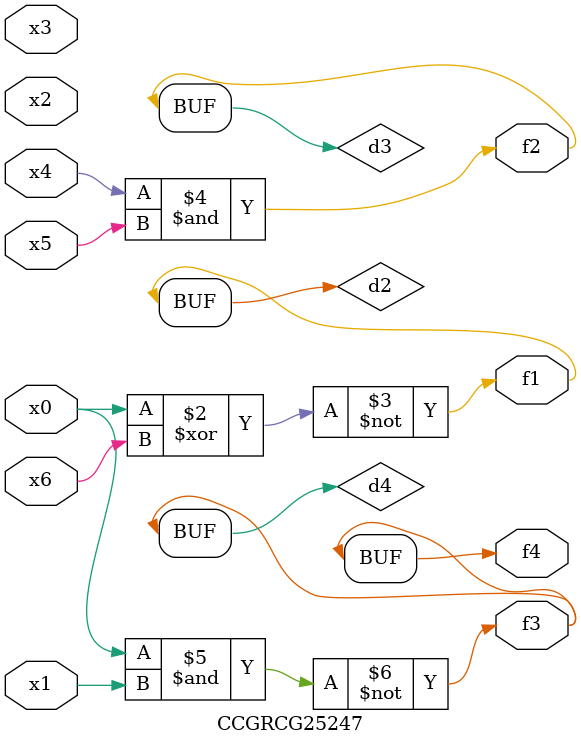
<source format=v>
module CCGRCG25247(
	input x0, x1, x2, x3, x4, x5, x6,
	output f1, f2, f3, f4
);

	wire d1, d2, d3, d4;

	nor (d1, x0);
	xnor (d2, x0, x6);
	and (d3, x4, x5);
	nand (d4, x0, x1);
	assign f1 = d2;
	assign f2 = d3;
	assign f3 = d4;
	assign f4 = d4;
endmodule

</source>
